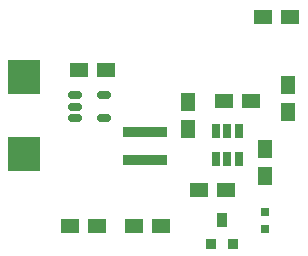
<source format=gbr>
%TF.GenerationSoftware,Altium Limited,Altium Designer,24.0.1 (36)*%
G04 Layer_Color=8421504*
%FSLAX45Y45*%
%MOMM*%
%TF.SameCoordinates,EA0AF7FB-948C-45CD-8237-9CE77542C851*%
%TF.FilePolarity,Positive*%
%TF.FileFunction,Paste,Top*%
%TF.Part,Single*%
G01*
G75*
%TA.AperFunction,SMDPad,CuDef*%
%ADD12R,0.91440X0.91440*%
%ADD13R,0.91440X1.27000*%
%ADD14R,3.70000X0.97000*%
G04:AMPARAMS|DCode=17|XSize=1.22mm|YSize=0.6mm|CornerRadius=0.15mm|HoleSize=0mm|Usage=FLASHONLY|Rotation=0.000|XOffset=0mm|YOffset=0mm|HoleType=Round|Shape=RoundedRectangle|*
%AMROUNDEDRECTD17*
21,1,1.22000,0.30000,0,0,0.0*
21,1,0.92000,0.60000,0,0,0.0*
1,1,0.30000,0.46000,-0.15000*
1,1,0.30000,-0.46000,-0.15000*
1,1,0.30000,-0.46000,0.15000*
1,1,0.30000,0.46000,0.15000*
%
%ADD17ROUNDEDRECTD17*%
%ADD18R,2.80000X3.00000*%
G04:AMPARAMS|DCode=58|XSize=1.484mm|YSize=1.23mm|CornerRadius=0.07525mm|HoleSize=0mm|Usage=FLASHONLY|Rotation=0.000|XOffset=0mm|YOffset=0mm|HoleType=Round|Shape=RoundedRectangle|*
%AMROUNDEDRECTD58*
21,1,1.48400,1.07950,0,0,0.0*
21,1,1.33350,1.23000,0,0,0.0*
1,1,0.15050,0.66675,-0.53975*
1,1,0.15050,-0.66675,-0.53975*
1,1,0.15050,-0.66675,0.53975*
1,1,0.15050,0.66675,0.53975*
%
%ADD58ROUNDEDRECTD58*%
G04:AMPARAMS|DCode=59|XSize=0.722mm|YSize=0.722mm|CornerRadius=0.0181mm|HoleSize=0mm|Usage=FLASHONLY|Rotation=90.000|XOffset=0mm|YOffset=0mm|HoleType=Round|Shape=RoundedRectangle|*
%AMROUNDEDRECTD59*
21,1,0.72200,0.68580,0,0,90.0*
21,1,0.68580,0.72200,0,0,90.0*
1,1,0.03620,0.34290,0.34290*
1,1,0.03620,0.34290,-0.34290*
1,1,0.03620,-0.34290,-0.34290*
1,1,0.03620,-0.34290,0.34290*
%
%ADD59ROUNDEDRECTD59*%
G04:AMPARAMS|DCode=60|XSize=0.66mm|YSize=1.26mm|CornerRadius=0.0325mm|HoleSize=0mm|Usage=FLASHONLY|Rotation=180.000|XOffset=0mm|YOffset=0mm|HoleType=Round|Shape=RoundedRectangle|*
%AMROUNDEDRECTD60*
21,1,0.66000,1.19500,0,0,180.0*
21,1,0.59500,1.26000,0,0,180.0*
1,1,0.06500,-0.29750,0.59750*
1,1,0.06500,0.29750,0.59750*
1,1,0.06500,0.29750,-0.59750*
1,1,0.06500,-0.29750,-0.59750*
%
%ADD60ROUNDEDRECTD60*%
G04:AMPARAMS|DCode=61|XSize=1.484mm|YSize=1.23mm|CornerRadius=0.07525mm|HoleSize=0mm|Usage=FLASHONLY|Rotation=90.000|XOffset=0mm|YOffset=0mm|HoleType=Round|Shape=RoundedRectangle|*
%AMROUNDEDRECTD61*
21,1,1.48400,1.07950,0,0,90.0*
21,1,1.33350,1.23000,0,0,90.0*
1,1,0.15050,0.53975,0.66675*
1,1,0.15050,0.53975,-0.66675*
1,1,0.15050,-0.53975,-0.66675*
1,1,0.15050,-0.53975,0.66675*
%
%ADD61ROUNDEDRECTD61*%
D12*
X3302000Y406400D02*
D03*
X3492500D02*
D03*
D13*
X3398520Y609600D02*
D03*
D14*
X2743660Y1361001D02*
D03*
Y1125001D02*
D03*
D17*
X2399925Y1668201D02*
D03*
Y1478200D02*
D03*
X2150926D02*
D03*
Y1573201D02*
D03*
Y1668201D02*
D03*
D18*
X1720000Y1175000D02*
D03*
Y1825000D02*
D03*
D58*
X2336800Y558800D02*
D03*
X2108200D02*
D03*
X3429000Y863600D02*
D03*
X3200400D02*
D03*
X2882900Y558800D02*
D03*
X2654300D02*
D03*
X2184400Y1879600D02*
D03*
X2413000D02*
D03*
X3748625Y2335201D02*
D03*
X3977225D02*
D03*
X3418425Y1624001D02*
D03*
X3647025D02*
D03*
D59*
X3759200Y679450D02*
D03*
Y539750D02*
D03*
D60*
X3348825Y1370001D02*
D03*
X3538825D02*
D03*
Y1130001D02*
D03*
X3443825D02*
D03*
X3348825D02*
D03*
X3443825Y1370001D02*
D03*
D61*
X3113625Y1611301D02*
D03*
Y1382701D02*
D03*
X3763791Y989001D02*
D03*
Y1217601D02*
D03*
X3956931Y1527506D02*
D03*
Y1756106D02*
D03*
%TF.MD5,f7b6c8b83ba7621198608217850bba5b*%
M02*

</source>
